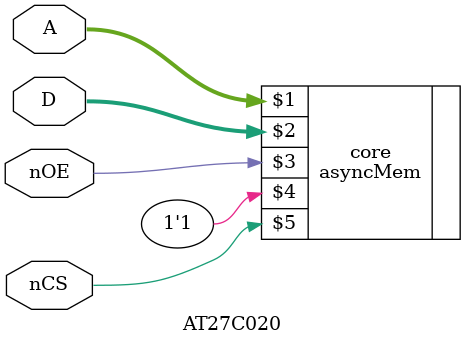
<source format=v>

`timescale 1ns/1ns

module HM628512CLFPI7 (A, D, nOE, nWE, nCS);
  input  [18:0] A;
  inout  [7:0] D;
  input nOE, nWE, nCS;
  asyncMem #(
      19, // Abits
       8, // Dbits
      70, // tAVDV    Read access after address change
      70, // tSLDV    Read access after select
       0, // tSHDX    Read data hold time
      35, // tOLDX    Output enable delay
      25, // tOHDZ    Output disable delay
      30, // tDVWH    Write data setup time
       0, // tAVWL    Write address setup time
       5, // tWHAX    Address hold after end of write
       5, // tWHDX    Data hold after end of write
      50) // tWLWH    Minimum write enable time
    core (A, D, nOE, nWE, nCS);
  task put;
    input [18:0] adrs;
    input [7:0] data;
    core.put(adrs, data);
  endtask
  function [7:0] get;
    input [18:0] adrs;
    get = core.get(adrs);
  endfunction
endmodule


// Specialization of asyncMem for Atmel 256Kx8 EPROM AT27C020
//
module AT27C020 (A, D, nOE, nCS);
  input  [17:0] A;
  inout  [7:0] D;
  input nOE, nCS;
  asyncMem #(
      18, // Abits
       8, // Dbits           // CHECK THESE TIMINGS
      70, // tAVDV   Read access after address change
      70, // tSLDV   Read access after select
       0, // tSHDX   Read data hold time
       0, // tOLDX   Output enable delay
      25) // tOHDZ   Output disable delay
    core (A, D, nOE, 1'b1, nCS);
  task put;
    input [17:0] adrs;
    input [7:0] data;
    core.put(adrs, data);
  endtask
  function [7:0] get;
    input [17:0] adrs;
    get = core.get(adrs);
  endfunction
endmodule

</source>
